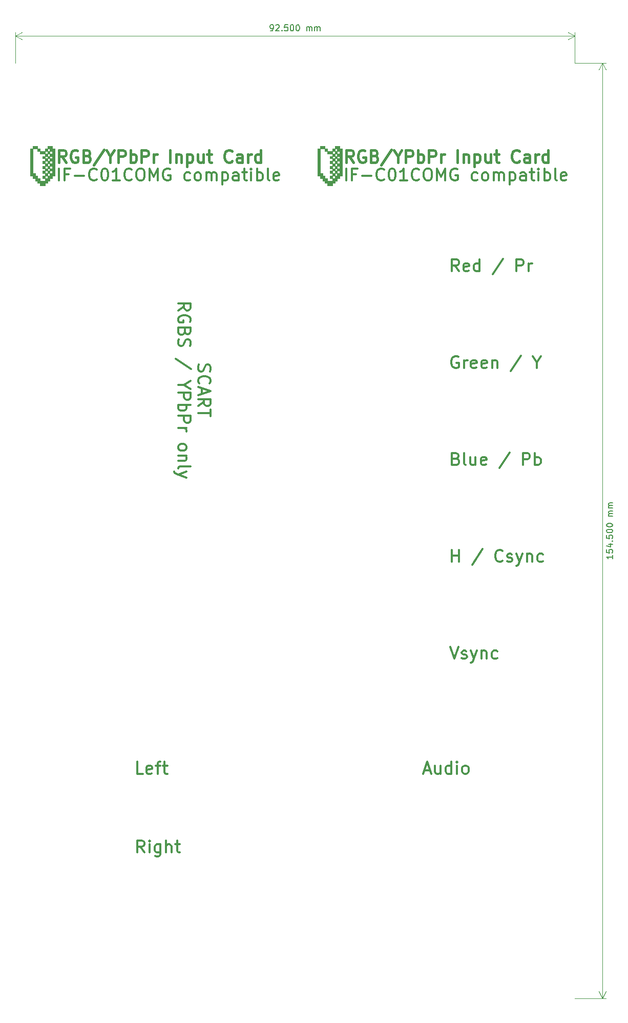
<source format=gbr>
G04 #@! TF.GenerationSoftware,KiCad,Pcbnew,(5.1.5)-2*
G04 #@! TF.CreationDate,2020-06-07T05:43:36+12:00*
G04 #@! TF.ProjectId,JVCard-panel,4a564361-7264-42d7-9061-6e656c2e6b69,rev?*
G04 #@! TF.SameCoordinates,Original*
G04 #@! TF.FileFunction,Legend,Top*
G04 #@! TF.FilePolarity,Positive*
%FSLAX46Y46*%
G04 Gerber Fmt 4.6, Leading zero omitted, Abs format (unit mm)*
G04 Created by KiCad (PCBNEW (5.1.5)-2) date 2020-06-07 05:43:36*
%MOMM*%
%LPD*%
G04 APERTURE LIST*
%ADD10C,0.150000*%
%ADD11C,0.120000*%
%ADD12C,0.300000*%
%ADD13C,0.400000*%
%ADD14C,0.010000*%
G04 APERTURE END LIST*
D10*
X-125297619Y7817619D02*
X-125107142Y7817619D01*
X-125011904Y7865238D01*
X-124964285Y7912857D01*
X-124869047Y8055714D01*
X-124821428Y8246190D01*
X-124821428Y8627142D01*
X-124869047Y8722380D01*
X-124916666Y8770000D01*
X-125011904Y8817619D01*
X-125202380Y8817619D01*
X-125297619Y8770000D01*
X-125345238Y8722380D01*
X-125392857Y8627142D01*
X-125392857Y8389047D01*
X-125345238Y8293809D01*
X-125297619Y8246190D01*
X-125202380Y8198571D01*
X-125011904Y8198571D01*
X-124916666Y8246190D01*
X-124869047Y8293809D01*
X-124821428Y8389047D01*
X-124440476Y8722380D02*
X-124392857Y8770000D01*
X-124297619Y8817619D01*
X-124059523Y8817619D01*
X-123964285Y8770000D01*
X-123916666Y8722380D01*
X-123869047Y8627142D01*
X-123869047Y8531904D01*
X-123916666Y8389047D01*
X-124488095Y7817619D01*
X-123869047Y7817619D01*
X-123440476Y7912857D02*
X-123392857Y7865238D01*
X-123440476Y7817619D01*
X-123488095Y7865238D01*
X-123440476Y7912857D01*
X-123440476Y7817619D01*
X-122488095Y8817619D02*
X-122964285Y8817619D01*
X-123011904Y8341428D01*
X-122964285Y8389047D01*
X-122869047Y8436666D01*
X-122630952Y8436666D01*
X-122535714Y8389047D01*
X-122488095Y8341428D01*
X-122440476Y8246190D01*
X-122440476Y8008095D01*
X-122488095Y7912857D01*
X-122535714Y7865238D01*
X-122630952Y7817619D01*
X-122869047Y7817619D01*
X-122964285Y7865238D01*
X-123011904Y7912857D01*
X-121821428Y8817619D02*
X-121726190Y8817619D01*
X-121630952Y8770000D01*
X-121583333Y8722380D01*
X-121535714Y8627142D01*
X-121488095Y8436666D01*
X-121488095Y8198571D01*
X-121535714Y8008095D01*
X-121583333Y7912857D01*
X-121630952Y7865238D01*
X-121726190Y7817619D01*
X-121821428Y7817619D01*
X-121916666Y7865238D01*
X-121964285Y7912857D01*
X-122011904Y8008095D01*
X-122059523Y8198571D01*
X-122059523Y8436666D01*
X-122011904Y8627142D01*
X-121964285Y8722380D01*
X-121916666Y8770000D01*
X-121821428Y8817619D01*
X-120869047Y8817619D02*
X-120773809Y8817619D01*
X-120678571Y8770000D01*
X-120630952Y8722380D01*
X-120583333Y8627142D01*
X-120535714Y8436666D01*
X-120535714Y8198571D01*
X-120583333Y8008095D01*
X-120630952Y7912857D01*
X-120678571Y7865238D01*
X-120773809Y7817619D01*
X-120869047Y7817619D01*
X-120964285Y7865238D01*
X-121011904Y7912857D01*
X-121059523Y8008095D01*
X-121107142Y8198571D01*
X-121107142Y8436666D01*
X-121059523Y8627142D01*
X-121011904Y8722380D01*
X-120964285Y8770000D01*
X-120869047Y8817619D01*
X-119345238Y7817619D02*
X-119345238Y8484285D01*
X-119345238Y8389047D02*
X-119297619Y8436666D01*
X-119202380Y8484285D01*
X-119059523Y8484285D01*
X-118964285Y8436666D01*
X-118916666Y8341428D01*
X-118916666Y7817619D01*
X-118916666Y8341428D02*
X-118869047Y8436666D01*
X-118773809Y8484285D01*
X-118630952Y8484285D01*
X-118535714Y8436666D01*
X-118488095Y8341428D01*
X-118488095Y7817619D01*
X-118011904Y7817619D02*
X-118011904Y8484285D01*
X-118011904Y8389047D02*
X-117964285Y8436666D01*
X-117869047Y8484285D01*
X-117726190Y8484285D01*
X-117630952Y8436666D01*
X-117583333Y8341428D01*
X-117583333Y7817619D01*
X-117583333Y8341428D02*
X-117535714Y8436666D01*
X-117440476Y8484285D01*
X-117297619Y8484285D01*
X-117202380Y8436666D01*
X-117154761Y8341428D01*
X-117154761Y7817619D01*
D11*
X-167500000Y7000000D02*
X-75000000Y7000000D01*
X-167500000Y2500000D02*
X-167500000Y7586421D01*
X-75000000Y2500000D02*
X-75000000Y7586421D01*
X-75000000Y7000000D02*
X-76126504Y6413579D01*
X-75000000Y7000000D02*
X-76126504Y7586421D01*
X-167500000Y7000000D02*
X-166373496Y6413579D01*
X-167500000Y7000000D02*
X-166373496Y7586421D01*
D10*
X-68777619Y-78797619D02*
X-68777619Y-79369047D01*
X-68777619Y-79083333D02*
X-69777619Y-79083333D01*
X-69634761Y-79178571D01*
X-69539523Y-79273809D01*
X-69491904Y-79369047D01*
X-69777619Y-77892857D02*
X-69777619Y-78369047D01*
X-69301428Y-78416666D01*
X-69349047Y-78369047D01*
X-69396666Y-78273809D01*
X-69396666Y-78035714D01*
X-69349047Y-77940476D01*
X-69301428Y-77892857D01*
X-69206190Y-77845238D01*
X-68968095Y-77845238D01*
X-68872857Y-77892857D01*
X-68825238Y-77940476D01*
X-68777619Y-78035714D01*
X-68777619Y-78273809D01*
X-68825238Y-78369047D01*
X-68872857Y-78416666D01*
X-69444285Y-76988095D02*
X-68777619Y-76988095D01*
X-69825238Y-77226190D02*
X-69110952Y-77464285D01*
X-69110952Y-76845238D01*
X-68872857Y-76464285D02*
X-68825238Y-76416666D01*
X-68777619Y-76464285D01*
X-68825238Y-76511904D01*
X-68872857Y-76464285D01*
X-68777619Y-76464285D01*
X-69777619Y-75511904D02*
X-69777619Y-75988095D01*
X-69301428Y-76035714D01*
X-69349047Y-75988095D01*
X-69396666Y-75892857D01*
X-69396666Y-75654761D01*
X-69349047Y-75559523D01*
X-69301428Y-75511904D01*
X-69206190Y-75464285D01*
X-68968095Y-75464285D01*
X-68872857Y-75511904D01*
X-68825238Y-75559523D01*
X-68777619Y-75654761D01*
X-68777619Y-75892857D01*
X-68825238Y-75988095D01*
X-68872857Y-76035714D01*
X-69777619Y-74845238D02*
X-69777619Y-74750000D01*
X-69730000Y-74654761D01*
X-69682380Y-74607142D01*
X-69587142Y-74559523D01*
X-69396666Y-74511904D01*
X-69158571Y-74511904D01*
X-68968095Y-74559523D01*
X-68872857Y-74607142D01*
X-68825238Y-74654761D01*
X-68777619Y-74750000D01*
X-68777619Y-74845238D01*
X-68825238Y-74940476D01*
X-68872857Y-74988095D01*
X-68968095Y-75035714D01*
X-69158571Y-75083333D01*
X-69396666Y-75083333D01*
X-69587142Y-75035714D01*
X-69682380Y-74988095D01*
X-69730000Y-74940476D01*
X-69777619Y-74845238D01*
X-69777619Y-73892857D02*
X-69777619Y-73797619D01*
X-69730000Y-73702380D01*
X-69682380Y-73654761D01*
X-69587142Y-73607142D01*
X-69396666Y-73559523D01*
X-69158571Y-73559523D01*
X-68968095Y-73607142D01*
X-68872857Y-73654761D01*
X-68825238Y-73702380D01*
X-68777619Y-73797619D01*
X-68777619Y-73892857D01*
X-68825238Y-73988095D01*
X-68872857Y-74035714D01*
X-68968095Y-74083333D01*
X-69158571Y-74130952D01*
X-69396666Y-74130952D01*
X-69587142Y-74083333D01*
X-69682380Y-74035714D01*
X-69730000Y-73988095D01*
X-69777619Y-73892857D01*
X-68777619Y-72369047D02*
X-69444285Y-72369047D01*
X-69349047Y-72369047D02*
X-69396666Y-72321428D01*
X-69444285Y-72226190D01*
X-69444285Y-72083333D01*
X-69396666Y-71988095D01*
X-69301428Y-71940476D01*
X-68777619Y-71940476D01*
X-69301428Y-71940476D02*
X-69396666Y-71892857D01*
X-69444285Y-71797619D01*
X-69444285Y-71654761D01*
X-69396666Y-71559523D01*
X-69301428Y-71511904D01*
X-68777619Y-71511904D01*
X-68777619Y-71035714D02*
X-69444285Y-71035714D01*
X-69349047Y-71035714D02*
X-69396666Y-70988095D01*
X-69444285Y-70892857D01*
X-69444285Y-70750000D01*
X-69396666Y-70654761D01*
X-69301428Y-70607142D01*
X-68777619Y-70607142D01*
X-69301428Y-70607142D02*
X-69396666Y-70559523D01*
X-69444285Y-70464285D01*
X-69444285Y-70321428D01*
X-69396666Y-70226190D01*
X-69301428Y-70178571D01*
X-68777619Y-70178571D01*
D11*
X-70500000Y-152000000D02*
X-70500000Y2500000D01*
X-75000000Y-152000000D02*
X-69913579Y-152000000D01*
X-75000000Y2500000D02*
X-69913579Y2500000D01*
X-70500000Y2500000D02*
X-69913579Y1373496D01*
X-70500000Y2500000D02*
X-71086421Y1373496D01*
X-70500000Y-152000000D02*
X-69913579Y-150873496D01*
X-70500000Y-152000000D02*
X-71086421Y-150873496D01*
D12*
X-137159523Y-47309523D02*
X-137254761Y-47595238D01*
X-137254761Y-48071428D01*
X-137159523Y-48261904D01*
X-137064285Y-48357142D01*
X-136873809Y-48452380D01*
X-136683333Y-48452380D01*
X-136492857Y-48357142D01*
X-136397619Y-48261904D01*
X-136302380Y-48071428D01*
X-136207142Y-47690476D01*
X-136111904Y-47500000D01*
X-136016666Y-47404761D01*
X-135826190Y-47309523D01*
X-135635714Y-47309523D01*
X-135445238Y-47404761D01*
X-135350000Y-47500000D01*
X-135254761Y-47690476D01*
X-135254761Y-48166666D01*
X-135350000Y-48452380D01*
X-137064285Y-50452380D02*
X-137159523Y-50357142D01*
X-137254761Y-50071428D01*
X-137254761Y-49880952D01*
X-137159523Y-49595238D01*
X-136969047Y-49404761D01*
X-136778571Y-49309523D01*
X-136397619Y-49214285D01*
X-136111904Y-49214285D01*
X-135730952Y-49309523D01*
X-135540476Y-49404761D01*
X-135350000Y-49595238D01*
X-135254761Y-49880952D01*
X-135254761Y-50071428D01*
X-135350000Y-50357142D01*
X-135445238Y-50452380D01*
X-136683333Y-51214285D02*
X-136683333Y-52166666D01*
X-137254761Y-51023809D02*
X-135254761Y-51690476D01*
X-137254761Y-52357142D01*
X-137254761Y-54166666D02*
X-136302380Y-53500000D01*
X-137254761Y-53023809D02*
X-135254761Y-53023809D01*
X-135254761Y-53785714D01*
X-135350000Y-53976190D01*
X-135445238Y-54071428D01*
X-135635714Y-54166666D01*
X-135921428Y-54166666D01*
X-136111904Y-54071428D01*
X-136207142Y-53976190D01*
X-136302380Y-53785714D01*
X-136302380Y-53023809D01*
X-135254761Y-54738095D02*
X-135254761Y-55880952D01*
X-137254761Y-55309523D02*
X-135254761Y-55309523D01*
X-140554761Y-38357142D02*
X-139602380Y-37690476D01*
X-140554761Y-37214285D02*
X-138554761Y-37214285D01*
X-138554761Y-37976190D01*
X-138650000Y-38166666D01*
X-138745238Y-38261904D01*
X-138935714Y-38357142D01*
X-139221428Y-38357142D01*
X-139411904Y-38261904D01*
X-139507142Y-38166666D01*
X-139602380Y-37976190D01*
X-139602380Y-37214285D01*
X-138650000Y-40261904D02*
X-138554761Y-40071428D01*
X-138554761Y-39785714D01*
X-138650000Y-39500000D01*
X-138840476Y-39309523D01*
X-139030952Y-39214285D01*
X-139411904Y-39119047D01*
X-139697619Y-39119047D01*
X-140078571Y-39214285D01*
X-140269047Y-39309523D01*
X-140459523Y-39500000D01*
X-140554761Y-39785714D01*
X-140554761Y-39976190D01*
X-140459523Y-40261904D01*
X-140364285Y-40357142D01*
X-139697619Y-40357142D01*
X-139697619Y-39976190D01*
X-139507142Y-41880952D02*
X-139602380Y-42166666D01*
X-139697619Y-42261904D01*
X-139888095Y-42357142D01*
X-140173809Y-42357142D01*
X-140364285Y-42261904D01*
X-140459523Y-42166666D01*
X-140554761Y-41976190D01*
X-140554761Y-41214285D01*
X-138554761Y-41214285D01*
X-138554761Y-41880952D01*
X-138650000Y-42071428D01*
X-138745238Y-42166666D01*
X-138935714Y-42261904D01*
X-139126190Y-42261904D01*
X-139316666Y-42166666D01*
X-139411904Y-42071428D01*
X-139507142Y-41880952D01*
X-139507142Y-41214285D01*
X-140459523Y-43119047D02*
X-140554761Y-43404761D01*
X-140554761Y-43880952D01*
X-140459523Y-44071428D01*
X-140364285Y-44166666D01*
X-140173809Y-44261904D01*
X-139983333Y-44261904D01*
X-139792857Y-44166666D01*
X-139697619Y-44071428D01*
X-139602380Y-43880952D01*
X-139507142Y-43500000D01*
X-139411904Y-43309523D01*
X-139316666Y-43214285D01*
X-139126190Y-43119047D01*
X-138935714Y-43119047D01*
X-138745238Y-43214285D01*
X-138650000Y-43309523D01*
X-138554761Y-43500000D01*
X-138554761Y-43976190D01*
X-138650000Y-44261904D01*
X-138459523Y-48071428D02*
X-141030952Y-46357142D01*
X-139602380Y-50642857D02*
X-140554761Y-50642857D01*
X-138554761Y-49976190D02*
X-139602380Y-50642857D01*
X-138554761Y-51309523D01*
X-140554761Y-51976190D02*
X-138554761Y-51976190D01*
X-138554761Y-52738095D01*
X-138650000Y-52928571D01*
X-138745238Y-53023809D01*
X-138935714Y-53119047D01*
X-139221428Y-53119047D01*
X-139411904Y-53023809D01*
X-139507142Y-52928571D01*
X-139602380Y-52738095D01*
X-139602380Y-51976190D01*
X-140554761Y-53976190D02*
X-138554761Y-53976190D01*
X-139316666Y-53976190D02*
X-139221428Y-54166666D01*
X-139221428Y-54547619D01*
X-139316666Y-54738095D01*
X-139411904Y-54833333D01*
X-139602380Y-54928571D01*
X-140173809Y-54928571D01*
X-140364285Y-54833333D01*
X-140459523Y-54738095D01*
X-140554761Y-54547619D01*
X-140554761Y-54166666D01*
X-140459523Y-53976190D01*
X-140554761Y-55785714D02*
X-138554761Y-55785714D01*
X-138554761Y-56547619D01*
X-138650000Y-56738095D01*
X-138745238Y-56833333D01*
X-138935714Y-56928571D01*
X-139221428Y-56928571D01*
X-139411904Y-56833333D01*
X-139507142Y-56738095D01*
X-139602380Y-56547619D01*
X-139602380Y-55785714D01*
X-140554761Y-57785714D02*
X-139221428Y-57785714D01*
X-139602380Y-57785714D02*
X-139411904Y-57880952D01*
X-139316666Y-57976190D01*
X-139221428Y-58166666D01*
X-139221428Y-58357142D01*
X-140554761Y-60833333D02*
X-140459523Y-60642857D01*
X-140364285Y-60547619D01*
X-140173809Y-60452380D01*
X-139602380Y-60452380D01*
X-139411904Y-60547619D01*
X-139316666Y-60642857D01*
X-139221428Y-60833333D01*
X-139221428Y-61119047D01*
X-139316666Y-61309523D01*
X-139411904Y-61404761D01*
X-139602380Y-61500000D01*
X-140173809Y-61500000D01*
X-140364285Y-61404761D01*
X-140459523Y-61309523D01*
X-140554761Y-61119047D01*
X-140554761Y-60833333D01*
X-139221428Y-62357142D02*
X-140554761Y-62357142D01*
X-139411904Y-62357142D02*
X-139316666Y-62452380D01*
X-139221428Y-62642857D01*
X-139221428Y-62928571D01*
X-139316666Y-63119047D01*
X-139507142Y-63214285D01*
X-140554761Y-63214285D01*
X-140554761Y-64452380D02*
X-140459523Y-64261904D01*
X-140269047Y-64166666D01*
X-138554761Y-64166666D01*
X-139221428Y-65023809D02*
X-140554761Y-65500000D01*
X-139221428Y-65976190D02*
X-140554761Y-65500000D01*
X-141030952Y-65309523D01*
X-141126190Y-65214285D01*
X-141221428Y-65023809D01*
D13*
X-159120952Y-13904761D02*
X-159787619Y-12952380D01*
X-160263809Y-13904761D02*
X-160263809Y-11904761D01*
X-159501904Y-11904761D01*
X-159311428Y-12000000D01*
X-159216190Y-12095238D01*
X-159120952Y-12285714D01*
X-159120952Y-12571428D01*
X-159216190Y-12761904D01*
X-159311428Y-12857142D01*
X-159501904Y-12952380D01*
X-160263809Y-12952380D01*
X-157216190Y-12000000D02*
X-157406666Y-11904761D01*
X-157692380Y-11904761D01*
X-157978095Y-12000000D01*
X-158168571Y-12190476D01*
X-158263809Y-12380952D01*
X-158359047Y-12761904D01*
X-158359047Y-13047619D01*
X-158263809Y-13428571D01*
X-158168571Y-13619047D01*
X-157978095Y-13809523D01*
X-157692380Y-13904761D01*
X-157501904Y-13904761D01*
X-157216190Y-13809523D01*
X-157120952Y-13714285D01*
X-157120952Y-13047619D01*
X-157501904Y-13047619D01*
X-155597142Y-12857142D02*
X-155311428Y-12952380D01*
X-155216190Y-13047619D01*
X-155120952Y-13238095D01*
X-155120952Y-13523809D01*
X-155216190Y-13714285D01*
X-155311428Y-13809523D01*
X-155501904Y-13904761D01*
X-156263809Y-13904761D01*
X-156263809Y-11904761D01*
X-155597142Y-11904761D01*
X-155406666Y-12000000D01*
X-155311428Y-12095238D01*
X-155216190Y-12285714D01*
X-155216190Y-12476190D01*
X-155311428Y-12666666D01*
X-155406666Y-12761904D01*
X-155597142Y-12857142D01*
X-156263809Y-12857142D01*
X-152835238Y-11809523D02*
X-154549523Y-14380952D01*
X-151787619Y-12952380D02*
X-151787619Y-13904761D01*
X-152454285Y-11904761D02*
X-151787619Y-12952380D01*
X-151120952Y-11904761D01*
X-150454285Y-13904761D02*
X-150454285Y-11904761D01*
X-149692380Y-11904761D01*
X-149501904Y-12000000D01*
X-149406666Y-12095238D01*
X-149311428Y-12285714D01*
X-149311428Y-12571428D01*
X-149406666Y-12761904D01*
X-149501904Y-12857142D01*
X-149692380Y-12952380D01*
X-150454285Y-12952380D01*
X-148454285Y-13904761D02*
X-148454285Y-11904761D01*
X-148454285Y-12666666D02*
X-148263809Y-12571428D01*
X-147882857Y-12571428D01*
X-147692380Y-12666666D01*
X-147597142Y-12761904D01*
X-147501904Y-12952380D01*
X-147501904Y-13523809D01*
X-147597142Y-13714285D01*
X-147692380Y-13809523D01*
X-147882857Y-13904761D01*
X-148263809Y-13904761D01*
X-148454285Y-13809523D01*
X-146644761Y-13904761D02*
X-146644761Y-11904761D01*
X-145882857Y-11904761D01*
X-145692380Y-12000000D01*
X-145597142Y-12095238D01*
X-145501904Y-12285714D01*
X-145501904Y-12571428D01*
X-145597142Y-12761904D01*
X-145692380Y-12857142D01*
X-145882857Y-12952380D01*
X-146644761Y-12952380D01*
X-144644761Y-13904761D02*
X-144644761Y-12571428D01*
X-144644761Y-12952380D02*
X-144549523Y-12761904D01*
X-144454285Y-12666666D01*
X-144263809Y-12571428D01*
X-144073333Y-12571428D01*
X-141882857Y-13904761D02*
X-141882857Y-11904761D01*
X-140930476Y-12571428D02*
X-140930476Y-13904761D01*
X-140930476Y-12761904D02*
X-140835238Y-12666666D01*
X-140644761Y-12571428D01*
X-140359047Y-12571428D01*
X-140168571Y-12666666D01*
X-140073333Y-12857142D01*
X-140073333Y-13904761D01*
X-139120952Y-12571428D02*
X-139120952Y-14571428D01*
X-139120952Y-12666666D02*
X-138930476Y-12571428D01*
X-138549523Y-12571428D01*
X-138359047Y-12666666D01*
X-138263809Y-12761904D01*
X-138168571Y-12952380D01*
X-138168571Y-13523809D01*
X-138263809Y-13714285D01*
X-138359047Y-13809523D01*
X-138549523Y-13904761D01*
X-138930476Y-13904761D01*
X-139120952Y-13809523D01*
X-136454285Y-12571428D02*
X-136454285Y-13904761D01*
X-137311428Y-12571428D02*
X-137311428Y-13619047D01*
X-137216190Y-13809523D01*
X-137025714Y-13904761D01*
X-136740000Y-13904761D01*
X-136549523Y-13809523D01*
X-136454285Y-13714285D01*
X-135787619Y-12571428D02*
X-135025714Y-12571428D01*
X-135501904Y-11904761D02*
X-135501904Y-13619047D01*
X-135406666Y-13809523D01*
X-135216190Y-13904761D01*
X-135025714Y-13904761D01*
X-131692380Y-13714285D02*
X-131787619Y-13809523D01*
X-132073333Y-13904761D01*
X-132263809Y-13904761D01*
X-132549523Y-13809523D01*
X-132740000Y-13619047D01*
X-132835238Y-13428571D01*
X-132930476Y-13047619D01*
X-132930476Y-12761904D01*
X-132835238Y-12380952D01*
X-132740000Y-12190476D01*
X-132549523Y-12000000D01*
X-132263809Y-11904761D01*
X-132073333Y-11904761D01*
X-131787619Y-12000000D01*
X-131692380Y-12095238D01*
X-129978095Y-13904761D02*
X-129978095Y-12857142D01*
X-130073333Y-12666666D01*
X-130263809Y-12571428D01*
X-130644761Y-12571428D01*
X-130835238Y-12666666D01*
X-129978095Y-13809523D02*
X-130168571Y-13904761D01*
X-130644761Y-13904761D01*
X-130835238Y-13809523D01*
X-130930476Y-13619047D01*
X-130930476Y-13428571D01*
X-130835238Y-13238095D01*
X-130644761Y-13142857D01*
X-130168571Y-13142857D01*
X-129978095Y-13047619D01*
X-129025714Y-13904761D02*
X-129025714Y-12571428D01*
X-129025714Y-12952380D02*
X-128930476Y-12761904D01*
X-128835238Y-12666666D01*
X-128644761Y-12571428D01*
X-128454285Y-12571428D01*
X-126930476Y-13904761D02*
X-126930476Y-11904761D01*
X-126930476Y-13809523D02*
X-127120952Y-13904761D01*
X-127501904Y-13904761D01*
X-127692380Y-13809523D01*
X-127787619Y-13714285D01*
X-127882857Y-13523809D01*
X-127882857Y-12952380D01*
X-127787619Y-12761904D01*
X-127692380Y-12666666D01*
X-127501904Y-12571428D01*
X-127120952Y-12571428D01*
X-126930476Y-12666666D01*
D12*
X-146185952Y-127904761D02*
X-146852619Y-126952380D01*
X-147328809Y-127904761D02*
X-147328809Y-125904761D01*
X-146566904Y-125904761D01*
X-146376428Y-126000000D01*
X-146281190Y-126095238D01*
X-146185952Y-126285714D01*
X-146185952Y-126571428D01*
X-146281190Y-126761904D01*
X-146376428Y-126857142D01*
X-146566904Y-126952380D01*
X-147328809Y-126952380D01*
X-145328809Y-127904761D02*
X-145328809Y-126571428D01*
X-145328809Y-125904761D02*
X-145424047Y-126000000D01*
X-145328809Y-126095238D01*
X-145233571Y-126000000D01*
X-145328809Y-125904761D01*
X-145328809Y-126095238D01*
X-143519285Y-126571428D02*
X-143519285Y-128190476D01*
X-143614523Y-128380952D01*
X-143709761Y-128476190D01*
X-143900238Y-128571428D01*
X-144185952Y-128571428D01*
X-144376428Y-128476190D01*
X-143519285Y-127809523D02*
X-143709761Y-127904761D01*
X-144090714Y-127904761D01*
X-144281190Y-127809523D01*
X-144376428Y-127714285D01*
X-144471666Y-127523809D01*
X-144471666Y-126952380D01*
X-144376428Y-126761904D01*
X-144281190Y-126666666D01*
X-144090714Y-126571428D01*
X-143709761Y-126571428D01*
X-143519285Y-126666666D01*
X-142566904Y-127904761D02*
X-142566904Y-125904761D01*
X-141709761Y-127904761D02*
X-141709761Y-126857142D01*
X-141805000Y-126666666D01*
X-141995476Y-126571428D01*
X-142281190Y-126571428D01*
X-142471666Y-126666666D01*
X-142566904Y-126761904D01*
X-141043095Y-126571428D02*
X-140281190Y-126571428D01*
X-140757380Y-125904761D02*
X-140757380Y-127619047D01*
X-140662142Y-127809523D01*
X-140471666Y-127904761D01*
X-140281190Y-127904761D01*
X-160328809Y-16904761D02*
X-160328809Y-14904761D01*
X-158709761Y-15857142D02*
X-159376428Y-15857142D01*
X-159376428Y-16904761D02*
X-159376428Y-14904761D01*
X-158424047Y-14904761D01*
X-157662142Y-16142857D02*
X-156138333Y-16142857D01*
X-154043095Y-16714285D02*
X-154138333Y-16809523D01*
X-154424047Y-16904761D01*
X-154614523Y-16904761D01*
X-154900238Y-16809523D01*
X-155090714Y-16619047D01*
X-155185952Y-16428571D01*
X-155281190Y-16047619D01*
X-155281190Y-15761904D01*
X-155185952Y-15380952D01*
X-155090714Y-15190476D01*
X-154900238Y-15000000D01*
X-154614523Y-14904761D01*
X-154424047Y-14904761D01*
X-154138333Y-15000000D01*
X-154043095Y-15095238D01*
X-152805000Y-14904761D02*
X-152614523Y-14904761D01*
X-152424047Y-15000000D01*
X-152328809Y-15095238D01*
X-152233571Y-15285714D01*
X-152138333Y-15666666D01*
X-152138333Y-16142857D01*
X-152233571Y-16523809D01*
X-152328809Y-16714285D01*
X-152424047Y-16809523D01*
X-152614523Y-16904761D01*
X-152805000Y-16904761D01*
X-152995476Y-16809523D01*
X-153090714Y-16714285D01*
X-153185952Y-16523809D01*
X-153281190Y-16142857D01*
X-153281190Y-15666666D01*
X-153185952Y-15285714D01*
X-153090714Y-15095238D01*
X-152995476Y-15000000D01*
X-152805000Y-14904761D01*
X-150233571Y-16904761D02*
X-151376428Y-16904761D01*
X-150805000Y-16904761D02*
X-150805000Y-14904761D01*
X-150995476Y-15190476D01*
X-151185952Y-15380952D01*
X-151376428Y-15476190D01*
X-148233571Y-16714285D02*
X-148328809Y-16809523D01*
X-148614523Y-16904761D01*
X-148805000Y-16904761D01*
X-149090714Y-16809523D01*
X-149281190Y-16619047D01*
X-149376428Y-16428571D01*
X-149471666Y-16047619D01*
X-149471666Y-15761904D01*
X-149376428Y-15380952D01*
X-149281190Y-15190476D01*
X-149090714Y-15000000D01*
X-148805000Y-14904761D01*
X-148614523Y-14904761D01*
X-148328809Y-15000000D01*
X-148233571Y-15095238D01*
X-146995476Y-14904761D02*
X-146614523Y-14904761D01*
X-146424047Y-15000000D01*
X-146233571Y-15190476D01*
X-146138333Y-15571428D01*
X-146138333Y-16238095D01*
X-146233571Y-16619047D01*
X-146424047Y-16809523D01*
X-146614523Y-16904761D01*
X-146995476Y-16904761D01*
X-147185952Y-16809523D01*
X-147376428Y-16619047D01*
X-147471666Y-16238095D01*
X-147471666Y-15571428D01*
X-147376428Y-15190476D01*
X-147185952Y-15000000D01*
X-146995476Y-14904761D01*
X-145281190Y-16904761D02*
X-145281190Y-14904761D01*
X-144614523Y-16333333D01*
X-143947857Y-14904761D01*
X-143947857Y-16904761D01*
X-141947857Y-15000000D02*
X-142138333Y-14904761D01*
X-142424047Y-14904761D01*
X-142709761Y-15000000D01*
X-142900238Y-15190476D01*
X-142995476Y-15380952D01*
X-143090714Y-15761904D01*
X-143090714Y-16047619D01*
X-142995476Y-16428571D01*
X-142900238Y-16619047D01*
X-142709761Y-16809523D01*
X-142424047Y-16904761D01*
X-142233571Y-16904761D01*
X-141947857Y-16809523D01*
X-141852619Y-16714285D01*
X-141852619Y-16047619D01*
X-142233571Y-16047619D01*
X-138614523Y-16809523D02*
X-138805000Y-16904761D01*
X-139185952Y-16904761D01*
X-139376428Y-16809523D01*
X-139471666Y-16714285D01*
X-139566904Y-16523809D01*
X-139566904Y-15952380D01*
X-139471666Y-15761904D01*
X-139376428Y-15666666D01*
X-139185952Y-15571428D01*
X-138805000Y-15571428D01*
X-138614523Y-15666666D01*
X-137471666Y-16904761D02*
X-137662142Y-16809523D01*
X-137757380Y-16714285D01*
X-137852619Y-16523809D01*
X-137852619Y-15952380D01*
X-137757380Y-15761904D01*
X-137662142Y-15666666D01*
X-137471666Y-15571428D01*
X-137185952Y-15571428D01*
X-136995476Y-15666666D01*
X-136900238Y-15761904D01*
X-136805000Y-15952380D01*
X-136805000Y-16523809D01*
X-136900238Y-16714285D01*
X-136995476Y-16809523D01*
X-137185952Y-16904761D01*
X-137471666Y-16904761D01*
X-135947857Y-16904761D02*
X-135947857Y-15571428D01*
X-135947857Y-15761904D02*
X-135852619Y-15666666D01*
X-135662142Y-15571428D01*
X-135376428Y-15571428D01*
X-135185952Y-15666666D01*
X-135090714Y-15857142D01*
X-135090714Y-16904761D01*
X-135090714Y-15857142D02*
X-134995476Y-15666666D01*
X-134805000Y-15571428D01*
X-134519285Y-15571428D01*
X-134328809Y-15666666D01*
X-134233571Y-15857142D01*
X-134233571Y-16904761D01*
X-133281190Y-15571428D02*
X-133281190Y-17571428D01*
X-133281190Y-15666666D02*
X-133090714Y-15571428D01*
X-132709761Y-15571428D01*
X-132519285Y-15666666D01*
X-132424047Y-15761904D01*
X-132328809Y-15952380D01*
X-132328809Y-16523809D01*
X-132424047Y-16714285D01*
X-132519285Y-16809523D01*
X-132709761Y-16904761D01*
X-133090714Y-16904761D01*
X-133281190Y-16809523D01*
X-130614523Y-16904761D02*
X-130614523Y-15857142D01*
X-130709761Y-15666666D01*
X-130900238Y-15571428D01*
X-131281190Y-15571428D01*
X-131471666Y-15666666D01*
X-130614523Y-16809523D02*
X-130805000Y-16904761D01*
X-131281190Y-16904761D01*
X-131471666Y-16809523D01*
X-131566904Y-16619047D01*
X-131566904Y-16428571D01*
X-131471666Y-16238095D01*
X-131281190Y-16142857D01*
X-130805000Y-16142857D01*
X-130614523Y-16047619D01*
X-129947857Y-15571428D02*
X-129185952Y-15571428D01*
X-129662142Y-14904761D02*
X-129662142Y-16619047D01*
X-129566904Y-16809523D01*
X-129376428Y-16904761D01*
X-129185952Y-16904761D01*
X-128519285Y-16904761D02*
X-128519285Y-15571428D01*
X-128519285Y-14904761D02*
X-128614523Y-15000000D01*
X-128519285Y-15095238D01*
X-128424047Y-15000000D01*
X-128519285Y-14904761D01*
X-128519285Y-15095238D01*
X-127566904Y-16904761D02*
X-127566904Y-14904761D01*
X-127566904Y-15666666D02*
X-127376428Y-15571428D01*
X-126995476Y-15571428D01*
X-126805000Y-15666666D01*
X-126709761Y-15761904D01*
X-126614523Y-15952380D01*
X-126614523Y-16523809D01*
X-126709761Y-16714285D01*
X-126805000Y-16809523D01*
X-126995476Y-16904761D01*
X-127376428Y-16904761D01*
X-127566904Y-16809523D01*
X-125471666Y-16904761D02*
X-125662142Y-16809523D01*
X-125757380Y-16619047D01*
X-125757380Y-14904761D01*
X-123947857Y-16809523D02*
X-124138333Y-16904761D01*
X-124519285Y-16904761D01*
X-124709761Y-16809523D01*
X-124805000Y-16619047D01*
X-124805000Y-15857142D01*
X-124709761Y-15666666D01*
X-124519285Y-15571428D01*
X-124138333Y-15571428D01*
X-123947857Y-15666666D01*
X-123852619Y-15857142D01*
X-123852619Y-16047619D01*
X-124805000Y-16238095D01*
X-146376428Y-114904761D02*
X-147328809Y-114904761D01*
X-147328809Y-112904761D01*
X-144947857Y-114809523D02*
X-145138333Y-114904761D01*
X-145519285Y-114904761D01*
X-145709761Y-114809523D01*
X-145805000Y-114619047D01*
X-145805000Y-113857142D01*
X-145709761Y-113666666D01*
X-145519285Y-113571428D01*
X-145138333Y-113571428D01*
X-144947857Y-113666666D01*
X-144852619Y-113857142D01*
X-144852619Y-114047619D01*
X-145805000Y-114238095D01*
X-144281190Y-113571428D02*
X-143519285Y-113571428D01*
X-143995476Y-114904761D02*
X-143995476Y-113190476D01*
X-143900238Y-113000000D01*
X-143709761Y-112904761D01*
X-143519285Y-112904761D01*
X-143138333Y-113571428D02*
X-142376428Y-113571428D01*
X-142852619Y-112904761D02*
X-142852619Y-114619047D01*
X-142757380Y-114809523D01*
X-142566904Y-114904761D01*
X-142376428Y-114904761D01*
X-112828809Y-16904761D02*
X-112828809Y-14904761D01*
X-111209761Y-15857142D02*
X-111876428Y-15857142D01*
X-111876428Y-16904761D02*
X-111876428Y-14904761D01*
X-110924047Y-14904761D01*
X-110162142Y-16142857D02*
X-108638333Y-16142857D01*
X-106543095Y-16714285D02*
X-106638333Y-16809523D01*
X-106924047Y-16904761D01*
X-107114523Y-16904761D01*
X-107400238Y-16809523D01*
X-107590714Y-16619047D01*
X-107685952Y-16428571D01*
X-107781190Y-16047619D01*
X-107781190Y-15761904D01*
X-107685952Y-15380952D01*
X-107590714Y-15190476D01*
X-107400238Y-15000000D01*
X-107114523Y-14904761D01*
X-106924047Y-14904761D01*
X-106638333Y-15000000D01*
X-106543095Y-15095238D01*
X-105305000Y-14904761D02*
X-105114523Y-14904761D01*
X-104924047Y-15000000D01*
X-104828809Y-15095238D01*
X-104733571Y-15285714D01*
X-104638333Y-15666666D01*
X-104638333Y-16142857D01*
X-104733571Y-16523809D01*
X-104828809Y-16714285D01*
X-104924047Y-16809523D01*
X-105114523Y-16904761D01*
X-105305000Y-16904761D01*
X-105495476Y-16809523D01*
X-105590714Y-16714285D01*
X-105685952Y-16523809D01*
X-105781190Y-16142857D01*
X-105781190Y-15666666D01*
X-105685952Y-15285714D01*
X-105590714Y-15095238D01*
X-105495476Y-15000000D01*
X-105305000Y-14904761D01*
X-102733571Y-16904761D02*
X-103876428Y-16904761D01*
X-103305000Y-16904761D02*
X-103305000Y-14904761D01*
X-103495476Y-15190476D01*
X-103685952Y-15380952D01*
X-103876428Y-15476190D01*
X-100733571Y-16714285D02*
X-100828809Y-16809523D01*
X-101114523Y-16904761D01*
X-101305000Y-16904761D01*
X-101590714Y-16809523D01*
X-101781190Y-16619047D01*
X-101876428Y-16428571D01*
X-101971666Y-16047619D01*
X-101971666Y-15761904D01*
X-101876428Y-15380952D01*
X-101781190Y-15190476D01*
X-101590714Y-15000000D01*
X-101305000Y-14904761D01*
X-101114523Y-14904761D01*
X-100828809Y-15000000D01*
X-100733571Y-15095238D01*
X-99495476Y-14904761D02*
X-99114523Y-14904761D01*
X-98924047Y-15000000D01*
X-98733571Y-15190476D01*
X-98638333Y-15571428D01*
X-98638333Y-16238095D01*
X-98733571Y-16619047D01*
X-98924047Y-16809523D01*
X-99114523Y-16904761D01*
X-99495476Y-16904761D01*
X-99685952Y-16809523D01*
X-99876428Y-16619047D01*
X-99971666Y-16238095D01*
X-99971666Y-15571428D01*
X-99876428Y-15190476D01*
X-99685952Y-15000000D01*
X-99495476Y-14904761D01*
X-97781190Y-16904761D02*
X-97781190Y-14904761D01*
X-97114523Y-16333333D01*
X-96447857Y-14904761D01*
X-96447857Y-16904761D01*
X-94447857Y-15000000D02*
X-94638333Y-14904761D01*
X-94924047Y-14904761D01*
X-95209761Y-15000000D01*
X-95400238Y-15190476D01*
X-95495476Y-15380952D01*
X-95590714Y-15761904D01*
X-95590714Y-16047619D01*
X-95495476Y-16428571D01*
X-95400238Y-16619047D01*
X-95209761Y-16809523D01*
X-94924047Y-16904761D01*
X-94733571Y-16904761D01*
X-94447857Y-16809523D01*
X-94352619Y-16714285D01*
X-94352619Y-16047619D01*
X-94733571Y-16047619D01*
X-91114523Y-16809523D02*
X-91305000Y-16904761D01*
X-91685952Y-16904761D01*
X-91876428Y-16809523D01*
X-91971666Y-16714285D01*
X-92066904Y-16523809D01*
X-92066904Y-15952380D01*
X-91971666Y-15761904D01*
X-91876428Y-15666666D01*
X-91685952Y-15571428D01*
X-91305000Y-15571428D01*
X-91114523Y-15666666D01*
X-89971666Y-16904761D02*
X-90162142Y-16809523D01*
X-90257380Y-16714285D01*
X-90352619Y-16523809D01*
X-90352619Y-15952380D01*
X-90257380Y-15761904D01*
X-90162142Y-15666666D01*
X-89971666Y-15571428D01*
X-89685952Y-15571428D01*
X-89495476Y-15666666D01*
X-89400238Y-15761904D01*
X-89305000Y-15952380D01*
X-89305000Y-16523809D01*
X-89400238Y-16714285D01*
X-89495476Y-16809523D01*
X-89685952Y-16904761D01*
X-89971666Y-16904761D01*
X-88447857Y-16904761D02*
X-88447857Y-15571428D01*
X-88447857Y-15761904D02*
X-88352619Y-15666666D01*
X-88162142Y-15571428D01*
X-87876428Y-15571428D01*
X-87685952Y-15666666D01*
X-87590714Y-15857142D01*
X-87590714Y-16904761D01*
X-87590714Y-15857142D02*
X-87495476Y-15666666D01*
X-87305000Y-15571428D01*
X-87019285Y-15571428D01*
X-86828809Y-15666666D01*
X-86733571Y-15857142D01*
X-86733571Y-16904761D01*
X-85781190Y-15571428D02*
X-85781190Y-17571428D01*
X-85781190Y-15666666D02*
X-85590714Y-15571428D01*
X-85209761Y-15571428D01*
X-85019285Y-15666666D01*
X-84924047Y-15761904D01*
X-84828809Y-15952380D01*
X-84828809Y-16523809D01*
X-84924047Y-16714285D01*
X-85019285Y-16809523D01*
X-85209761Y-16904761D01*
X-85590714Y-16904761D01*
X-85781190Y-16809523D01*
X-83114523Y-16904761D02*
X-83114523Y-15857142D01*
X-83209761Y-15666666D01*
X-83400238Y-15571428D01*
X-83781190Y-15571428D01*
X-83971666Y-15666666D01*
X-83114523Y-16809523D02*
X-83305000Y-16904761D01*
X-83781190Y-16904761D01*
X-83971666Y-16809523D01*
X-84066904Y-16619047D01*
X-84066904Y-16428571D01*
X-83971666Y-16238095D01*
X-83781190Y-16142857D01*
X-83305000Y-16142857D01*
X-83114523Y-16047619D01*
X-82447857Y-15571428D02*
X-81685952Y-15571428D01*
X-82162142Y-14904761D02*
X-82162142Y-16619047D01*
X-82066904Y-16809523D01*
X-81876428Y-16904761D01*
X-81685952Y-16904761D01*
X-81019285Y-16904761D02*
X-81019285Y-15571428D01*
X-81019285Y-14904761D02*
X-81114523Y-15000000D01*
X-81019285Y-15095238D01*
X-80924047Y-15000000D01*
X-81019285Y-14904761D01*
X-81019285Y-15095238D01*
X-80066904Y-16904761D02*
X-80066904Y-14904761D01*
X-80066904Y-15666666D02*
X-79876428Y-15571428D01*
X-79495476Y-15571428D01*
X-79305000Y-15666666D01*
X-79209761Y-15761904D01*
X-79114523Y-15952380D01*
X-79114523Y-16523809D01*
X-79209761Y-16714285D01*
X-79305000Y-16809523D01*
X-79495476Y-16904761D01*
X-79876428Y-16904761D01*
X-80066904Y-16809523D01*
X-77971666Y-16904761D02*
X-78162142Y-16809523D01*
X-78257380Y-16619047D01*
X-78257380Y-14904761D01*
X-76447857Y-16809523D02*
X-76638333Y-16904761D01*
X-77019285Y-16904761D01*
X-77209761Y-16809523D01*
X-77305000Y-16619047D01*
X-77305000Y-15857142D01*
X-77209761Y-15666666D01*
X-77019285Y-15571428D01*
X-76638333Y-15571428D01*
X-76447857Y-15666666D01*
X-76352619Y-15857142D01*
X-76352619Y-16047619D01*
X-77305000Y-16238095D01*
D13*
X-111620952Y-13904761D02*
X-112287619Y-12952380D01*
X-112763809Y-13904761D02*
X-112763809Y-11904761D01*
X-112001904Y-11904761D01*
X-111811428Y-12000000D01*
X-111716190Y-12095238D01*
X-111620952Y-12285714D01*
X-111620952Y-12571428D01*
X-111716190Y-12761904D01*
X-111811428Y-12857142D01*
X-112001904Y-12952380D01*
X-112763809Y-12952380D01*
X-109716190Y-12000000D02*
X-109906666Y-11904761D01*
X-110192380Y-11904761D01*
X-110478095Y-12000000D01*
X-110668571Y-12190476D01*
X-110763809Y-12380952D01*
X-110859047Y-12761904D01*
X-110859047Y-13047619D01*
X-110763809Y-13428571D01*
X-110668571Y-13619047D01*
X-110478095Y-13809523D01*
X-110192380Y-13904761D01*
X-110001904Y-13904761D01*
X-109716190Y-13809523D01*
X-109620952Y-13714285D01*
X-109620952Y-13047619D01*
X-110001904Y-13047619D01*
X-108097142Y-12857142D02*
X-107811428Y-12952380D01*
X-107716190Y-13047619D01*
X-107620952Y-13238095D01*
X-107620952Y-13523809D01*
X-107716190Y-13714285D01*
X-107811428Y-13809523D01*
X-108001904Y-13904761D01*
X-108763809Y-13904761D01*
X-108763809Y-11904761D01*
X-108097142Y-11904761D01*
X-107906666Y-12000000D01*
X-107811428Y-12095238D01*
X-107716190Y-12285714D01*
X-107716190Y-12476190D01*
X-107811428Y-12666666D01*
X-107906666Y-12761904D01*
X-108097142Y-12857142D01*
X-108763809Y-12857142D01*
X-105335238Y-11809523D02*
X-107049523Y-14380952D01*
X-104287619Y-12952380D02*
X-104287619Y-13904761D01*
X-104954285Y-11904761D02*
X-104287619Y-12952380D01*
X-103620952Y-11904761D01*
X-102954285Y-13904761D02*
X-102954285Y-11904761D01*
X-102192380Y-11904761D01*
X-102001904Y-12000000D01*
X-101906666Y-12095238D01*
X-101811428Y-12285714D01*
X-101811428Y-12571428D01*
X-101906666Y-12761904D01*
X-102001904Y-12857142D01*
X-102192380Y-12952380D01*
X-102954285Y-12952380D01*
X-100954285Y-13904761D02*
X-100954285Y-11904761D01*
X-100954285Y-12666666D02*
X-100763809Y-12571428D01*
X-100382857Y-12571428D01*
X-100192380Y-12666666D01*
X-100097142Y-12761904D01*
X-100001904Y-12952380D01*
X-100001904Y-13523809D01*
X-100097142Y-13714285D01*
X-100192380Y-13809523D01*
X-100382857Y-13904761D01*
X-100763809Y-13904761D01*
X-100954285Y-13809523D01*
X-99144761Y-13904761D02*
X-99144761Y-11904761D01*
X-98382857Y-11904761D01*
X-98192380Y-12000000D01*
X-98097142Y-12095238D01*
X-98001904Y-12285714D01*
X-98001904Y-12571428D01*
X-98097142Y-12761904D01*
X-98192380Y-12857142D01*
X-98382857Y-12952380D01*
X-99144761Y-12952380D01*
X-97144761Y-13904761D02*
X-97144761Y-12571428D01*
X-97144761Y-12952380D02*
X-97049523Y-12761904D01*
X-96954285Y-12666666D01*
X-96763809Y-12571428D01*
X-96573333Y-12571428D01*
X-94382857Y-13904761D02*
X-94382857Y-11904761D01*
X-93430476Y-12571428D02*
X-93430476Y-13904761D01*
X-93430476Y-12761904D02*
X-93335238Y-12666666D01*
X-93144761Y-12571428D01*
X-92859047Y-12571428D01*
X-92668571Y-12666666D01*
X-92573333Y-12857142D01*
X-92573333Y-13904761D01*
X-91620952Y-12571428D02*
X-91620952Y-14571428D01*
X-91620952Y-12666666D02*
X-91430476Y-12571428D01*
X-91049523Y-12571428D01*
X-90859047Y-12666666D01*
X-90763809Y-12761904D01*
X-90668571Y-12952380D01*
X-90668571Y-13523809D01*
X-90763809Y-13714285D01*
X-90859047Y-13809523D01*
X-91049523Y-13904761D01*
X-91430476Y-13904761D01*
X-91620952Y-13809523D01*
X-88954285Y-12571428D02*
X-88954285Y-13904761D01*
X-89811428Y-12571428D02*
X-89811428Y-13619047D01*
X-89716190Y-13809523D01*
X-89525714Y-13904761D01*
X-89240000Y-13904761D01*
X-89049523Y-13809523D01*
X-88954285Y-13714285D01*
X-88287619Y-12571428D02*
X-87525714Y-12571428D01*
X-88001904Y-11904761D02*
X-88001904Y-13619047D01*
X-87906666Y-13809523D01*
X-87716190Y-13904761D01*
X-87525714Y-13904761D01*
X-84192380Y-13714285D02*
X-84287619Y-13809523D01*
X-84573333Y-13904761D01*
X-84763809Y-13904761D01*
X-85049523Y-13809523D01*
X-85240000Y-13619047D01*
X-85335238Y-13428571D01*
X-85430476Y-13047619D01*
X-85430476Y-12761904D01*
X-85335238Y-12380952D01*
X-85240000Y-12190476D01*
X-85049523Y-12000000D01*
X-84763809Y-11904761D01*
X-84573333Y-11904761D01*
X-84287619Y-12000000D01*
X-84192380Y-12095238D01*
X-82478095Y-13904761D02*
X-82478095Y-12857142D01*
X-82573333Y-12666666D01*
X-82763809Y-12571428D01*
X-83144761Y-12571428D01*
X-83335238Y-12666666D01*
X-82478095Y-13809523D02*
X-82668571Y-13904761D01*
X-83144761Y-13904761D01*
X-83335238Y-13809523D01*
X-83430476Y-13619047D01*
X-83430476Y-13428571D01*
X-83335238Y-13238095D01*
X-83144761Y-13142857D01*
X-82668571Y-13142857D01*
X-82478095Y-13047619D01*
X-81525714Y-13904761D02*
X-81525714Y-12571428D01*
X-81525714Y-12952380D02*
X-81430476Y-12761904D01*
X-81335238Y-12666666D01*
X-81144761Y-12571428D01*
X-80954285Y-12571428D01*
X-79430476Y-13904761D02*
X-79430476Y-11904761D01*
X-79430476Y-13809523D02*
X-79620952Y-13904761D01*
X-80001904Y-13904761D01*
X-80192380Y-13809523D01*
X-80287619Y-13714285D01*
X-80382857Y-13523809D01*
X-80382857Y-12952380D01*
X-80287619Y-12761904D01*
X-80192380Y-12666666D01*
X-80001904Y-12571428D01*
X-79620952Y-12571428D01*
X-79430476Y-12666666D01*
D12*
X-99924047Y-114333333D02*
X-98971666Y-114333333D01*
X-100114523Y-114904761D02*
X-99447857Y-112904761D01*
X-98781190Y-114904761D01*
X-97257380Y-113571428D02*
X-97257380Y-114904761D01*
X-98114523Y-113571428D02*
X-98114523Y-114619047D01*
X-98019285Y-114809523D01*
X-97828809Y-114904761D01*
X-97543095Y-114904761D01*
X-97352619Y-114809523D01*
X-97257380Y-114714285D01*
X-95447857Y-114904761D02*
X-95447857Y-112904761D01*
X-95447857Y-114809523D02*
X-95638333Y-114904761D01*
X-96019285Y-114904761D01*
X-96209761Y-114809523D01*
X-96305000Y-114714285D01*
X-96400238Y-114523809D01*
X-96400238Y-113952380D01*
X-96305000Y-113761904D01*
X-96209761Y-113666666D01*
X-96019285Y-113571428D01*
X-95638333Y-113571428D01*
X-95447857Y-113666666D01*
X-94495476Y-114904761D02*
X-94495476Y-113571428D01*
X-94495476Y-112904761D02*
X-94590714Y-113000000D01*
X-94495476Y-113095238D01*
X-94400238Y-113000000D01*
X-94495476Y-112904761D01*
X-94495476Y-113095238D01*
X-93257380Y-114904761D02*
X-93447857Y-114809523D01*
X-93543095Y-114714285D01*
X-93638333Y-114523809D01*
X-93638333Y-113952380D01*
X-93543095Y-113761904D01*
X-93447857Y-113666666D01*
X-93257380Y-113571428D01*
X-92971666Y-113571428D01*
X-92781190Y-113666666D01*
X-92685952Y-113761904D01*
X-92590714Y-113952380D01*
X-92590714Y-114523809D01*
X-92685952Y-114714285D01*
X-92781190Y-114809523D01*
X-92971666Y-114904761D01*
X-93257380Y-114904761D01*
X-95614523Y-93904761D02*
X-94947857Y-95904761D01*
X-94281190Y-93904761D01*
X-93709761Y-95809523D02*
X-93519285Y-95904761D01*
X-93138333Y-95904761D01*
X-92947857Y-95809523D01*
X-92852619Y-95619047D01*
X-92852619Y-95523809D01*
X-92947857Y-95333333D01*
X-93138333Y-95238095D01*
X-93424047Y-95238095D01*
X-93614523Y-95142857D01*
X-93709761Y-94952380D01*
X-93709761Y-94857142D01*
X-93614523Y-94666666D01*
X-93424047Y-94571428D01*
X-93138333Y-94571428D01*
X-92947857Y-94666666D01*
X-92185952Y-94571428D02*
X-91709761Y-95904761D01*
X-91233571Y-94571428D02*
X-91709761Y-95904761D01*
X-91900238Y-96380952D01*
X-91995476Y-96476190D01*
X-92185952Y-96571428D01*
X-90471666Y-94571428D02*
X-90471666Y-95904761D01*
X-90471666Y-94761904D02*
X-90376428Y-94666666D01*
X-90185952Y-94571428D01*
X-89900238Y-94571428D01*
X-89709761Y-94666666D01*
X-89614523Y-94857142D01*
X-89614523Y-95904761D01*
X-87805000Y-95809523D02*
X-87995476Y-95904761D01*
X-88376428Y-95904761D01*
X-88566904Y-95809523D01*
X-88662142Y-95714285D01*
X-88757380Y-95523809D01*
X-88757380Y-94952380D01*
X-88662142Y-94761904D01*
X-88566904Y-94666666D01*
X-88376428Y-94571428D01*
X-87995476Y-94571428D01*
X-87805000Y-94666666D01*
X-95328809Y-79904761D02*
X-95328809Y-77904761D01*
X-95328809Y-78857142D02*
X-94185952Y-78857142D01*
X-94185952Y-79904761D02*
X-94185952Y-77904761D01*
X-90281190Y-77809523D02*
X-91995476Y-80380952D01*
X-86947857Y-79714285D02*
X-87043095Y-79809523D01*
X-87328809Y-79904761D01*
X-87519285Y-79904761D01*
X-87805000Y-79809523D01*
X-87995476Y-79619047D01*
X-88090714Y-79428571D01*
X-88185952Y-79047619D01*
X-88185952Y-78761904D01*
X-88090714Y-78380952D01*
X-87995476Y-78190476D01*
X-87805000Y-78000000D01*
X-87519285Y-77904761D01*
X-87328809Y-77904761D01*
X-87043095Y-78000000D01*
X-86947857Y-78095238D01*
X-86185952Y-79809523D02*
X-85995476Y-79904761D01*
X-85614523Y-79904761D01*
X-85424047Y-79809523D01*
X-85328809Y-79619047D01*
X-85328809Y-79523809D01*
X-85424047Y-79333333D01*
X-85614523Y-79238095D01*
X-85900238Y-79238095D01*
X-86090714Y-79142857D01*
X-86185952Y-78952380D01*
X-86185952Y-78857142D01*
X-86090714Y-78666666D01*
X-85900238Y-78571428D01*
X-85614523Y-78571428D01*
X-85424047Y-78666666D01*
X-84662142Y-78571428D02*
X-84185952Y-79904761D01*
X-83709761Y-78571428D02*
X-84185952Y-79904761D01*
X-84376428Y-80380952D01*
X-84471666Y-80476190D01*
X-84662142Y-80571428D01*
X-82947857Y-78571428D02*
X-82947857Y-79904761D01*
X-82947857Y-78761904D02*
X-82852619Y-78666666D01*
X-82662142Y-78571428D01*
X-82376428Y-78571428D01*
X-82185952Y-78666666D01*
X-82090714Y-78857142D01*
X-82090714Y-79904761D01*
X-80281190Y-79809523D02*
X-80471666Y-79904761D01*
X-80852619Y-79904761D01*
X-81043095Y-79809523D01*
X-81138333Y-79714285D01*
X-81233571Y-79523809D01*
X-81233571Y-78952380D01*
X-81138333Y-78761904D01*
X-81043095Y-78666666D01*
X-80852619Y-78571428D01*
X-80471666Y-78571428D01*
X-80281190Y-78666666D01*
X-94662142Y-62857142D02*
X-94376428Y-62952380D01*
X-94281190Y-63047619D01*
X-94185952Y-63238095D01*
X-94185952Y-63523809D01*
X-94281190Y-63714285D01*
X-94376428Y-63809523D01*
X-94566904Y-63904761D01*
X-95328809Y-63904761D01*
X-95328809Y-61904761D01*
X-94662142Y-61904761D01*
X-94471666Y-62000000D01*
X-94376428Y-62095238D01*
X-94281190Y-62285714D01*
X-94281190Y-62476190D01*
X-94376428Y-62666666D01*
X-94471666Y-62761904D01*
X-94662142Y-62857142D01*
X-95328809Y-62857142D01*
X-93043095Y-63904761D02*
X-93233571Y-63809523D01*
X-93328809Y-63619047D01*
X-93328809Y-61904761D01*
X-91424047Y-62571428D02*
X-91424047Y-63904761D01*
X-92281190Y-62571428D02*
X-92281190Y-63619047D01*
X-92185952Y-63809523D01*
X-91995476Y-63904761D01*
X-91709761Y-63904761D01*
X-91519285Y-63809523D01*
X-91424047Y-63714285D01*
X-89709761Y-63809523D02*
X-89900238Y-63904761D01*
X-90281190Y-63904761D01*
X-90471666Y-63809523D01*
X-90566904Y-63619047D01*
X-90566904Y-62857142D01*
X-90471666Y-62666666D01*
X-90281190Y-62571428D01*
X-89900238Y-62571428D01*
X-89709761Y-62666666D01*
X-89614523Y-62857142D01*
X-89614523Y-63047619D01*
X-90566904Y-63238095D01*
X-85805000Y-61809523D02*
X-87519285Y-64380952D01*
X-83614523Y-63904761D02*
X-83614523Y-61904761D01*
X-82852619Y-61904761D01*
X-82662142Y-62000000D01*
X-82566904Y-62095238D01*
X-82471666Y-62285714D01*
X-82471666Y-62571428D01*
X-82566904Y-62761904D01*
X-82662142Y-62857142D01*
X-82852619Y-62952380D01*
X-83614523Y-62952380D01*
X-81614523Y-63904761D02*
X-81614523Y-61904761D01*
X-81614523Y-62666666D02*
X-81424047Y-62571428D01*
X-81043095Y-62571428D01*
X-80852619Y-62666666D01*
X-80757380Y-62761904D01*
X-80662142Y-62952380D01*
X-80662142Y-63523809D01*
X-80757380Y-63714285D01*
X-80852619Y-63809523D01*
X-81043095Y-63904761D01*
X-81424047Y-63904761D01*
X-81614523Y-63809523D01*
X-94281190Y-46000000D02*
X-94471666Y-45904761D01*
X-94757380Y-45904761D01*
X-95043095Y-46000000D01*
X-95233571Y-46190476D01*
X-95328809Y-46380952D01*
X-95424047Y-46761904D01*
X-95424047Y-47047619D01*
X-95328809Y-47428571D01*
X-95233571Y-47619047D01*
X-95043095Y-47809523D01*
X-94757380Y-47904761D01*
X-94566904Y-47904761D01*
X-94281190Y-47809523D01*
X-94185952Y-47714285D01*
X-94185952Y-47047619D01*
X-94566904Y-47047619D01*
X-93328809Y-47904761D02*
X-93328809Y-46571428D01*
X-93328809Y-46952380D02*
X-93233571Y-46761904D01*
X-93138333Y-46666666D01*
X-92947857Y-46571428D01*
X-92757380Y-46571428D01*
X-91328809Y-47809523D02*
X-91519285Y-47904761D01*
X-91900238Y-47904761D01*
X-92090714Y-47809523D01*
X-92185952Y-47619047D01*
X-92185952Y-46857142D01*
X-92090714Y-46666666D01*
X-91900238Y-46571428D01*
X-91519285Y-46571428D01*
X-91328809Y-46666666D01*
X-91233571Y-46857142D01*
X-91233571Y-47047619D01*
X-92185952Y-47238095D01*
X-89614523Y-47809523D02*
X-89805000Y-47904761D01*
X-90185952Y-47904761D01*
X-90376428Y-47809523D01*
X-90471666Y-47619047D01*
X-90471666Y-46857142D01*
X-90376428Y-46666666D01*
X-90185952Y-46571428D01*
X-89805000Y-46571428D01*
X-89614523Y-46666666D01*
X-89519285Y-46857142D01*
X-89519285Y-47047619D01*
X-90471666Y-47238095D01*
X-88662142Y-46571428D02*
X-88662142Y-47904761D01*
X-88662142Y-46761904D02*
X-88566904Y-46666666D01*
X-88376428Y-46571428D01*
X-88090714Y-46571428D01*
X-87900238Y-46666666D01*
X-87805000Y-46857142D01*
X-87805000Y-47904761D01*
X-83900238Y-45809523D02*
X-85614523Y-48380952D01*
X-81328809Y-46952380D02*
X-81328809Y-47904761D01*
X-81995476Y-45904761D02*
X-81328809Y-46952380D01*
X-80662142Y-45904761D01*
X-94185952Y-31904761D02*
X-94852619Y-30952380D01*
X-95328809Y-31904761D02*
X-95328809Y-29904761D01*
X-94566904Y-29904761D01*
X-94376428Y-30000000D01*
X-94281190Y-30095238D01*
X-94185952Y-30285714D01*
X-94185952Y-30571428D01*
X-94281190Y-30761904D01*
X-94376428Y-30857142D01*
X-94566904Y-30952380D01*
X-95328809Y-30952380D01*
X-92566904Y-31809523D02*
X-92757380Y-31904761D01*
X-93138333Y-31904761D01*
X-93328809Y-31809523D01*
X-93424047Y-31619047D01*
X-93424047Y-30857142D01*
X-93328809Y-30666666D01*
X-93138333Y-30571428D01*
X-92757380Y-30571428D01*
X-92566904Y-30666666D01*
X-92471666Y-30857142D01*
X-92471666Y-31047619D01*
X-93424047Y-31238095D01*
X-90757380Y-31904761D02*
X-90757380Y-29904761D01*
X-90757380Y-31809523D02*
X-90947857Y-31904761D01*
X-91328809Y-31904761D01*
X-91519285Y-31809523D01*
X-91614523Y-31714285D01*
X-91709761Y-31523809D01*
X-91709761Y-30952380D01*
X-91614523Y-30761904D01*
X-91519285Y-30666666D01*
X-91328809Y-30571428D01*
X-90947857Y-30571428D01*
X-90757380Y-30666666D01*
X-86852619Y-29809523D02*
X-88566904Y-32380952D01*
X-84662142Y-31904761D02*
X-84662142Y-29904761D01*
X-83900238Y-29904761D01*
X-83709761Y-30000000D01*
X-83614523Y-30095238D01*
X-83519285Y-30285714D01*
X-83519285Y-30571428D01*
X-83614523Y-30761904D01*
X-83709761Y-30857142D01*
X-83900238Y-30952380D01*
X-84662142Y-30952380D01*
X-82662142Y-31904761D02*
X-82662142Y-30571428D01*
X-82662142Y-30952380D02*
X-82566904Y-30761904D01*
X-82471666Y-30666666D01*
X-82281190Y-30571428D01*
X-82090714Y-30571428D01*
D14*
G36*
X-163812800Y-12061600D02*
G01*
X-163812800Y-11655200D01*
X-163406400Y-11655200D01*
X-163406400Y-12061600D01*
X-163812800Y-12061600D01*
G37*
X-163812800Y-12061600D02*
X-163812800Y-11655200D01*
X-163406400Y-11655200D01*
X-163406400Y-12061600D01*
X-163812800Y-12061600D01*
G36*
X-164625600Y-11248800D02*
G01*
X-163812800Y-11248800D01*
X-163812800Y-11655200D01*
X-164625600Y-11655200D01*
X-164625600Y-11248800D01*
G37*
X-164625600Y-11248800D02*
X-163812800Y-11248800D01*
X-163812800Y-11655200D01*
X-164625600Y-11655200D01*
X-164625600Y-11248800D01*
G36*
X-162187200Y-11248800D02*
G01*
X-161374400Y-11248800D01*
X-161374400Y-11655200D01*
X-160968000Y-11655200D01*
X-160968000Y-16125600D01*
X-161374400Y-16125600D01*
X-161374400Y-16532000D01*
X-161780800Y-16532000D01*
X-161780800Y-16938400D01*
X-162187200Y-16938400D01*
X-162187200Y-17344800D01*
X-162593600Y-17344800D01*
X-162593600Y-17751200D01*
X-163406400Y-17751200D01*
X-163406400Y-17344800D01*
X-163812800Y-17344800D01*
X-163812800Y-16938400D01*
X-164219200Y-16938400D01*
X-164219200Y-16532000D01*
X-164625600Y-16532000D01*
X-164625600Y-16125600D01*
X-165032000Y-16125600D01*
X-165032000Y-11655200D01*
X-164625600Y-11655200D01*
X-164625600Y-15719200D01*
X-164219200Y-15719200D01*
X-164219200Y-16125600D01*
X-163812800Y-16125600D01*
X-163812800Y-16532000D01*
X-163406400Y-16532000D01*
X-163406400Y-16938400D01*
X-162593600Y-16938400D01*
X-162593600Y-16532000D01*
X-162187200Y-16532000D01*
X-162187200Y-16125600D01*
X-161780800Y-16125600D01*
X-161780800Y-15719200D01*
X-161374400Y-15719200D01*
X-161374400Y-15312800D01*
X-161780800Y-15312800D01*
X-161780800Y-14906400D01*
X-161374400Y-14906400D01*
X-161374400Y-14500000D01*
X-161780800Y-14500000D01*
X-161780800Y-14093600D01*
X-161374400Y-14093600D01*
X-161374400Y-13687200D01*
X-161780800Y-13687200D01*
X-161780800Y-13280800D01*
X-161374400Y-13280800D01*
X-161374400Y-12874400D01*
X-161780800Y-12874400D01*
X-161780800Y-12468000D01*
X-161374400Y-12468000D01*
X-161374400Y-12061600D01*
X-161780800Y-12061600D01*
X-161780800Y-11655200D01*
X-162187200Y-11655200D01*
X-162187200Y-11248800D01*
G37*
X-162187200Y-11248800D02*
X-161374400Y-11248800D01*
X-161374400Y-11655200D01*
X-160968000Y-11655200D01*
X-160968000Y-16125600D01*
X-161374400Y-16125600D01*
X-161374400Y-16532000D01*
X-161780800Y-16532000D01*
X-161780800Y-16938400D01*
X-162187200Y-16938400D01*
X-162187200Y-17344800D01*
X-162593600Y-17344800D01*
X-162593600Y-17751200D01*
X-163406400Y-17751200D01*
X-163406400Y-17344800D01*
X-163812800Y-17344800D01*
X-163812800Y-16938400D01*
X-164219200Y-16938400D01*
X-164219200Y-16532000D01*
X-164625600Y-16532000D01*
X-164625600Y-16125600D01*
X-165032000Y-16125600D01*
X-165032000Y-11655200D01*
X-164625600Y-11655200D01*
X-164625600Y-15719200D01*
X-164219200Y-15719200D01*
X-164219200Y-16125600D01*
X-163812800Y-16125600D01*
X-163812800Y-16532000D01*
X-163406400Y-16532000D01*
X-163406400Y-16938400D01*
X-162593600Y-16938400D01*
X-162593600Y-16532000D01*
X-162187200Y-16532000D01*
X-162187200Y-16125600D01*
X-161780800Y-16125600D01*
X-161780800Y-15719200D01*
X-161374400Y-15719200D01*
X-161374400Y-15312800D01*
X-161780800Y-15312800D01*
X-161780800Y-14906400D01*
X-161374400Y-14906400D01*
X-161374400Y-14500000D01*
X-161780800Y-14500000D01*
X-161780800Y-14093600D01*
X-161374400Y-14093600D01*
X-161374400Y-13687200D01*
X-161780800Y-13687200D01*
X-161780800Y-13280800D01*
X-161374400Y-13280800D01*
X-161374400Y-12874400D01*
X-161780800Y-12874400D01*
X-161780800Y-12468000D01*
X-161374400Y-12468000D01*
X-161374400Y-12061600D01*
X-161780800Y-12061600D01*
X-161780800Y-11655200D01*
X-162187200Y-11655200D01*
X-162187200Y-11248800D01*
G36*
X-162593600Y-11655200D02*
G01*
X-162187200Y-11655200D01*
X-162187200Y-12061600D01*
X-162593600Y-12061600D01*
X-162593600Y-11655200D01*
G37*
X-162593600Y-11655200D02*
X-162187200Y-11655200D01*
X-162187200Y-12061600D01*
X-162593600Y-12061600D01*
X-162593600Y-11655200D01*
G36*
X-162593600Y-12061600D02*
G01*
X-162593600Y-12468000D01*
X-163406400Y-12468000D01*
X-163406400Y-12061600D01*
X-162593600Y-12061600D01*
G37*
X-162593600Y-12061600D02*
X-162593600Y-12468000D01*
X-163406400Y-12468000D01*
X-163406400Y-12061600D01*
X-162593600Y-12061600D01*
G36*
X-162593600Y-16532000D02*
G01*
X-163000000Y-16532000D01*
X-163000000Y-16125600D01*
X-162593600Y-16125600D01*
X-162593600Y-16532000D01*
G37*
X-162593600Y-16532000D02*
X-163000000Y-16532000D01*
X-163000000Y-16125600D01*
X-162593600Y-16125600D01*
X-162593600Y-16532000D01*
G36*
X-162187200Y-12061600D02*
G01*
X-161780800Y-12061600D01*
X-161780800Y-12468000D01*
X-162187200Y-12468000D01*
X-162187200Y-12061600D01*
G37*
X-162187200Y-12061600D02*
X-161780800Y-12061600D01*
X-161780800Y-12468000D01*
X-162187200Y-12468000D01*
X-162187200Y-12061600D01*
G36*
X-162593600Y-12468000D02*
G01*
X-162187200Y-12468000D01*
X-162187200Y-12874400D01*
X-162593600Y-12874400D01*
X-162593600Y-12468000D01*
G37*
X-162593600Y-12468000D02*
X-162187200Y-12468000D01*
X-162187200Y-12874400D01*
X-162593600Y-12874400D01*
X-162593600Y-12468000D01*
G36*
X-163000000Y-13280800D02*
G01*
X-163000000Y-12874400D01*
X-162593600Y-12874400D01*
X-162593600Y-13280800D01*
X-163000000Y-13280800D01*
G37*
X-163000000Y-13280800D02*
X-163000000Y-12874400D01*
X-162593600Y-12874400D01*
X-162593600Y-13280800D01*
X-163000000Y-13280800D01*
G36*
X-162187200Y-12874400D02*
G01*
X-161780800Y-12874400D01*
X-161780800Y-13280800D01*
X-162187200Y-13280800D01*
X-162187200Y-12874400D01*
G37*
X-162187200Y-12874400D02*
X-161780800Y-12874400D01*
X-161780800Y-13280800D01*
X-162187200Y-13280800D01*
X-162187200Y-12874400D01*
G36*
X-163000000Y-14093600D02*
G01*
X-163000000Y-13687200D01*
X-162593600Y-13687200D01*
X-162593600Y-14093600D01*
X-163000000Y-14093600D01*
G37*
X-163000000Y-14093600D02*
X-163000000Y-13687200D01*
X-162593600Y-13687200D01*
X-162593600Y-14093600D01*
X-163000000Y-14093600D01*
G36*
X-162187200Y-13687200D02*
G01*
X-161780800Y-13687200D01*
X-161780800Y-14093600D01*
X-162187200Y-14093600D01*
X-162187200Y-13687200D01*
G37*
X-162187200Y-13687200D02*
X-161780800Y-13687200D01*
X-161780800Y-14093600D01*
X-162187200Y-14093600D01*
X-162187200Y-13687200D01*
G36*
X-163000000Y-14906400D02*
G01*
X-163000000Y-14500000D01*
X-162593600Y-14500000D01*
X-162593600Y-14906400D01*
X-163000000Y-14906400D01*
G37*
X-163000000Y-14906400D02*
X-163000000Y-14500000D01*
X-162593600Y-14500000D01*
X-162593600Y-14906400D01*
X-163000000Y-14906400D01*
G36*
X-162187200Y-14500000D02*
G01*
X-161780800Y-14500000D01*
X-161780800Y-14906400D01*
X-162187200Y-14906400D01*
X-162187200Y-14500000D01*
G37*
X-162187200Y-14500000D02*
X-161780800Y-14500000D01*
X-161780800Y-14906400D01*
X-162187200Y-14906400D01*
X-162187200Y-14500000D01*
G36*
X-163000000Y-15719200D02*
G01*
X-163000000Y-15312800D01*
X-162593600Y-15312800D01*
X-162593600Y-15719200D01*
X-163000000Y-15719200D01*
G37*
X-163000000Y-15719200D02*
X-163000000Y-15312800D01*
X-162593600Y-15312800D01*
X-162593600Y-15719200D01*
X-163000000Y-15719200D01*
G36*
X-162187200Y-15312800D02*
G01*
X-161780800Y-15312800D01*
X-161780800Y-15719200D01*
X-162187200Y-15719200D01*
X-162187200Y-15312800D01*
G37*
X-162187200Y-15312800D02*
X-161780800Y-15312800D01*
X-161780800Y-15719200D01*
X-162187200Y-15719200D01*
X-162187200Y-15312800D01*
G36*
X-162187200Y-13687200D02*
G01*
X-162593600Y-13687200D01*
X-162593600Y-13280800D01*
X-162187200Y-13280800D01*
X-162187200Y-13687200D01*
G37*
X-162187200Y-13687200D02*
X-162593600Y-13687200D01*
X-162593600Y-13280800D01*
X-162187200Y-13280800D01*
X-162187200Y-13687200D01*
G36*
X-162187200Y-14500000D02*
G01*
X-162593600Y-14500000D01*
X-162593600Y-14093600D01*
X-162187200Y-14093600D01*
X-162187200Y-14500000D01*
G37*
X-162187200Y-14500000D02*
X-162593600Y-14500000D01*
X-162593600Y-14093600D01*
X-162187200Y-14093600D01*
X-162187200Y-14500000D01*
G36*
X-162187200Y-15312800D02*
G01*
X-162593600Y-15312800D01*
X-162593600Y-14906400D01*
X-162187200Y-14906400D01*
X-162187200Y-15312800D01*
G37*
X-162187200Y-15312800D02*
X-162593600Y-15312800D01*
X-162593600Y-14906400D01*
X-162187200Y-14906400D01*
X-162187200Y-15312800D01*
G36*
X-162187200Y-16125600D02*
G01*
X-162593600Y-16125600D01*
X-162593600Y-15719200D01*
X-162187200Y-15719200D01*
X-162187200Y-16125600D01*
G37*
X-162187200Y-16125600D02*
X-162593600Y-16125600D01*
X-162593600Y-15719200D01*
X-162187200Y-15719200D01*
X-162187200Y-16125600D01*
G36*
X-114687200Y-16125600D02*
G01*
X-115093600Y-16125600D01*
X-115093600Y-15719200D01*
X-114687200Y-15719200D01*
X-114687200Y-16125600D01*
G37*
X-114687200Y-16125600D02*
X-115093600Y-16125600D01*
X-115093600Y-15719200D01*
X-114687200Y-15719200D01*
X-114687200Y-16125600D01*
G36*
X-114687200Y-15312800D02*
G01*
X-115093600Y-15312800D01*
X-115093600Y-14906400D01*
X-114687200Y-14906400D01*
X-114687200Y-15312800D01*
G37*
X-114687200Y-15312800D02*
X-115093600Y-15312800D01*
X-115093600Y-14906400D01*
X-114687200Y-14906400D01*
X-114687200Y-15312800D01*
G36*
X-114687200Y-14500000D02*
G01*
X-115093600Y-14500000D01*
X-115093600Y-14093600D01*
X-114687200Y-14093600D01*
X-114687200Y-14500000D01*
G37*
X-114687200Y-14500000D02*
X-115093600Y-14500000D01*
X-115093600Y-14093600D01*
X-114687200Y-14093600D01*
X-114687200Y-14500000D01*
G36*
X-114687200Y-13687200D02*
G01*
X-115093600Y-13687200D01*
X-115093600Y-13280800D01*
X-114687200Y-13280800D01*
X-114687200Y-13687200D01*
G37*
X-114687200Y-13687200D02*
X-115093600Y-13687200D01*
X-115093600Y-13280800D01*
X-114687200Y-13280800D01*
X-114687200Y-13687200D01*
G36*
X-114687200Y-15312800D02*
G01*
X-114280800Y-15312800D01*
X-114280800Y-15719200D01*
X-114687200Y-15719200D01*
X-114687200Y-15312800D01*
G37*
X-114687200Y-15312800D02*
X-114280800Y-15312800D01*
X-114280800Y-15719200D01*
X-114687200Y-15719200D01*
X-114687200Y-15312800D01*
G36*
X-115500000Y-15719200D02*
G01*
X-115500000Y-15312800D01*
X-115093600Y-15312800D01*
X-115093600Y-15719200D01*
X-115500000Y-15719200D01*
G37*
X-115500000Y-15719200D02*
X-115500000Y-15312800D01*
X-115093600Y-15312800D01*
X-115093600Y-15719200D01*
X-115500000Y-15719200D01*
G36*
X-114687200Y-14500000D02*
G01*
X-114280800Y-14500000D01*
X-114280800Y-14906400D01*
X-114687200Y-14906400D01*
X-114687200Y-14500000D01*
G37*
X-114687200Y-14500000D02*
X-114280800Y-14500000D01*
X-114280800Y-14906400D01*
X-114687200Y-14906400D01*
X-114687200Y-14500000D01*
G36*
X-115500000Y-14906400D02*
G01*
X-115500000Y-14500000D01*
X-115093600Y-14500000D01*
X-115093600Y-14906400D01*
X-115500000Y-14906400D01*
G37*
X-115500000Y-14906400D02*
X-115500000Y-14500000D01*
X-115093600Y-14500000D01*
X-115093600Y-14906400D01*
X-115500000Y-14906400D01*
G36*
X-114687200Y-13687200D02*
G01*
X-114280800Y-13687200D01*
X-114280800Y-14093600D01*
X-114687200Y-14093600D01*
X-114687200Y-13687200D01*
G37*
X-114687200Y-13687200D02*
X-114280800Y-13687200D01*
X-114280800Y-14093600D01*
X-114687200Y-14093600D01*
X-114687200Y-13687200D01*
G36*
X-115500000Y-14093600D02*
G01*
X-115500000Y-13687200D01*
X-115093600Y-13687200D01*
X-115093600Y-14093600D01*
X-115500000Y-14093600D01*
G37*
X-115500000Y-14093600D02*
X-115500000Y-13687200D01*
X-115093600Y-13687200D01*
X-115093600Y-14093600D01*
X-115500000Y-14093600D01*
G36*
X-114687200Y-12874400D02*
G01*
X-114280800Y-12874400D01*
X-114280800Y-13280800D01*
X-114687200Y-13280800D01*
X-114687200Y-12874400D01*
G37*
X-114687200Y-12874400D02*
X-114280800Y-12874400D01*
X-114280800Y-13280800D01*
X-114687200Y-13280800D01*
X-114687200Y-12874400D01*
G36*
X-115500000Y-13280800D02*
G01*
X-115500000Y-12874400D01*
X-115093600Y-12874400D01*
X-115093600Y-13280800D01*
X-115500000Y-13280800D01*
G37*
X-115500000Y-13280800D02*
X-115500000Y-12874400D01*
X-115093600Y-12874400D01*
X-115093600Y-13280800D01*
X-115500000Y-13280800D01*
G36*
X-115093600Y-12468000D02*
G01*
X-114687200Y-12468000D01*
X-114687200Y-12874400D01*
X-115093600Y-12874400D01*
X-115093600Y-12468000D01*
G37*
X-115093600Y-12468000D02*
X-114687200Y-12468000D01*
X-114687200Y-12874400D01*
X-115093600Y-12874400D01*
X-115093600Y-12468000D01*
G36*
X-114687200Y-12061600D02*
G01*
X-114280800Y-12061600D01*
X-114280800Y-12468000D01*
X-114687200Y-12468000D01*
X-114687200Y-12061600D01*
G37*
X-114687200Y-12061600D02*
X-114280800Y-12061600D01*
X-114280800Y-12468000D01*
X-114687200Y-12468000D01*
X-114687200Y-12061600D01*
G36*
X-115093600Y-16532000D02*
G01*
X-115500000Y-16532000D01*
X-115500000Y-16125600D01*
X-115093600Y-16125600D01*
X-115093600Y-16532000D01*
G37*
X-115093600Y-16532000D02*
X-115500000Y-16532000D01*
X-115500000Y-16125600D01*
X-115093600Y-16125600D01*
X-115093600Y-16532000D01*
G36*
X-115093600Y-12061600D02*
G01*
X-115093600Y-12468000D01*
X-115906400Y-12468000D01*
X-115906400Y-12061600D01*
X-115093600Y-12061600D01*
G37*
X-115093600Y-12061600D02*
X-115093600Y-12468000D01*
X-115906400Y-12468000D01*
X-115906400Y-12061600D01*
X-115093600Y-12061600D01*
G36*
X-115093600Y-11655200D02*
G01*
X-114687200Y-11655200D01*
X-114687200Y-12061600D01*
X-115093600Y-12061600D01*
X-115093600Y-11655200D01*
G37*
X-115093600Y-11655200D02*
X-114687200Y-11655200D01*
X-114687200Y-12061600D01*
X-115093600Y-12061600D01*
X-115093600Y-11655200D01*
G36*
X-114687200Y-11248800D02*
G01*
X-113874400Y-11248800D01*
X-113874400Y-11655200D01*
X-113468000Y-11655200D01*
X-113468000Y-16125600D01*
X-113874400Y-16125600D01*
X-113874400Y-16532000D01*
X-114280800Y-16532000D01*
X-114280800Y-16938400D01*
X-114687200Y-16938400D01*
X-114687200Y-17344800D01*
X-115093600Y-17344800D01*
X-115093600Y-17751200D01*
X-115906400Y-17751200D01*
X-115906400Y-17344800D01*
X-116312800Y-17344800D01*
X-116312800Y-16938400D01*
X-116719200Y-16938400D01*
X-116719200Y-16532000D01*
X-117125600Y-16532000D01*
X-117125600Y-16125600D01*
X-117532000Y-16125600D01*
X-117532000Y-11655200D01*
X-117125600Y-11655200D01*
X-117125600Y-15719200D01*
X-116719200Y-15719200D01*
X-116719200Y-16125600D01*
X-116312800Y-16125600D01*
X-116312800Y-16532000D01*
X-115906400Y-16532000D01*
X-115906400Y-16938400D01*
X-115093600Y-16938400D01*
X-115093600Y-16532000D01*
X-114687200Y-16532000D01*
X-114687200Y-16125600D01*
X-114280800Y-16125600D01*
X-114280800Y-15719200D01*
X-113874400Y-15719200D01*
X-113874400Y-15312800D01*
X-114280800Y-15312800D01*
X-114280800Y-14906400D01*
X-113874400Y-14906400D01*
X-113874400Y-14500000D01*
X-114280800Y-14500000D01*
X-114280800Y-14093600D01*
X-113874400Y-14093600D01*
X-113874400Y-13687200D01*
X-114280800Y-13687200D01*
X-114280800Y-13280800D01*
X-113874400Y-13280800D01*
X-113874400Y-12874400D01*
X-114280800Y-12874400D01*
X-114280800Y-12468000D01*
X-113874400Y-12468000D01*
X-113874400Y-12061600D01*
X-114280800Y-12061600D01*
X-114280800Y-11655200D01*
X-114687200Y-11655200D01*
X-114687200Y-11248800D01*
G37*
X-114687200Y-11248800D02*
X-113874400Y-11248800D01*
X-113874400Y-11655200D01*
X-113468000Y-11655200D01*
X-113468000Y-16125600D01*
X-113874400Y-16125600D01*
X-113874400Y-16532000D01*
X-114280800Y-16532000D01*
X-114280800Y-16938400D01*
X-114687200Y-16938400D01*
X-114687200Y-17344800D01*
X-115093600Y-17344800D01*
X-115093600Y-17751200D01*
X-115906400Y-17751200D01*
X-115906400Y-17344800D01*
X-116312800Y-17344800D01*
X-116312800Y-16938400D01*
X-116719200Y-16938400D01*
X-116719200Y-16532000D01*
X-117125600Y-16532000D01*
X-117125600Y-16125600D01*
X-117532000Y-16125600D01*
X-117532000Y-11655200D01*
X-117125600Y-11655200D01*
X-117125600Y-15719200D01*
X-116719200Y-15719200D01*
X-116719200Y-16125600D01*
X-116312800Y-16125600D01*
X-116312800Y-16532000D01*
X-115906400Y-16532000D01*
X-115906400Y-16938400D01*
X-115093600Y-16938400D01*
X-115093600Y-16532000D01*
X-114687200Y-16532000D01*
X-114687200Y-16125600D01*
X-114280800Y-16125600D01*
X-114280800Y-15719200D01*
X-113874400Y-15719200D01*
X-113874400Y-15312800D01*
X-114280800Y-15312800D01*
X-114280800Y-14906400D01*
X-113874400Y-14906400D01*
X-113874400Y-14500000D01*
X-114280800Y-14500000D01*
X-114280800Y-14093600D01*
X-113874400Y-14093600D01*
X-113874400Y-13687200D01*
X-114280800Y-13687200D01*
X-114280800Y-13280800D01*
X-113874400Y-13280800D01*
X-113874400Y-12874400D01*
X-114280800Y-12874400D01*
X-114280800Y-12468000D01*
X-113874400Y-12468000D01*
X-113874400Y-12061600D01*
X-114280800Y-12061600D01*
X-114280800Y-11655200D01*
X-114687200Y-11655200D01*
X-114687200Y-11248800D01*
G36*
X-117125600Y-11248800D02*
G01*
X-116312800Y-11248800D01*
X-116312800Y-11655200D01*
X-117125600Y-11655200D01*
X-117125600Y-11248800D01*
G37*
X-117125600Y-11248800D02*
X-116312800Y-11248800D01*
X-116312800Y-11655200D01*
X-117125600Y-11655200D01*
X-117125600Y-11248800D01*
G36*
X-116312800Y-12061600D02*
G01*
X-116312800Y-11655200D01*
X-115906400Y-11655200D01*
X-115906400Y-12061600D01*
X-116312800Y-12061600D01*
G37*
X-116312800Y-12061600D02*
X-116312800Y-11655200D01*
X-115906400Y-11655200D01*
X-115906400Y-12061600D01*
X-116312800Y-12061600D01*
M02*

</source>
